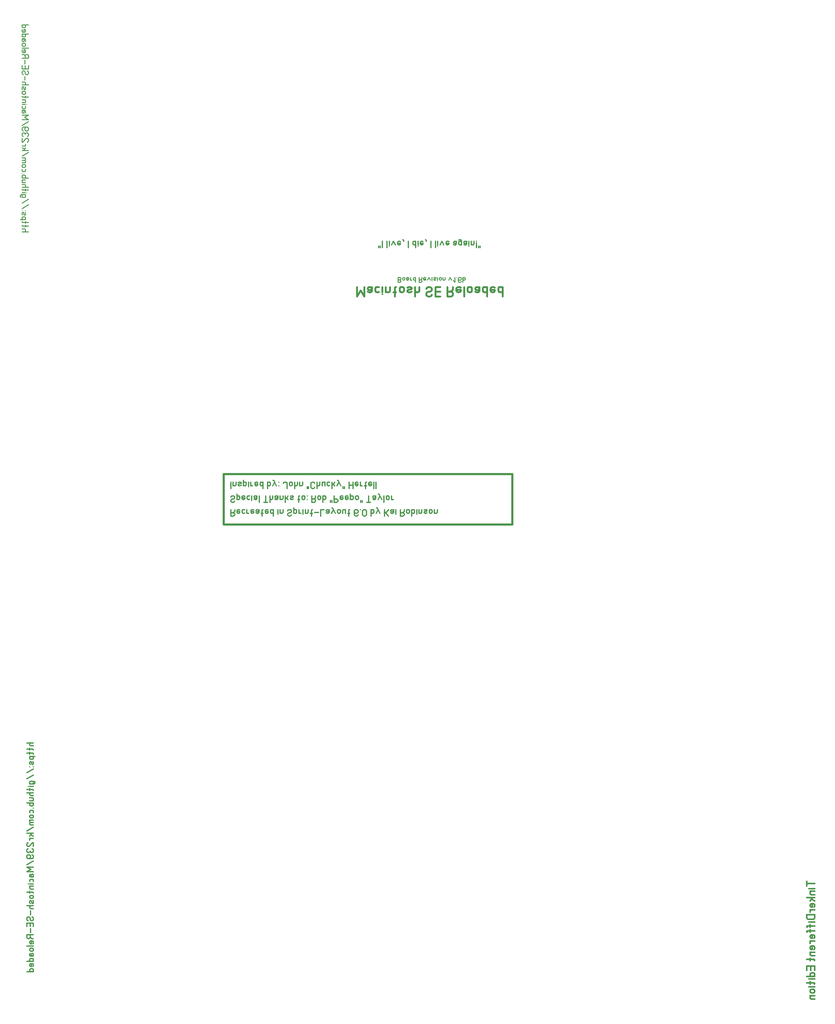
<source format=gbr>
%FSLAX34Y34*%
%MOMM*%
%LNSILK_BOTTOM*%
G71*
G01*
%ADD10C,0.318*%
%ADD11C,0.381*%
%ADD12C,0.238*%
%ADD13C,0.476*%
%ADD14C,0.600*%
%ADD15C,0.222*%
%LPD*%
G54D10*
X584712Y1521461D02*
X588712Y1523683D01*
X590046Y1525906D01*
X590046Y1530350D01*
G54D10*
X579379Y1530350D02*
X579379Y1512572D01*
X586046Y1512572D01*
X588712Y1513683D01*
X590046Y1515906D01*
X590046Y1518128D01*
X588712Y1520350D01*
X586046Y1521461D01*
X579379Y1521461D01*
G54D10*
X604268Y1529239D02*
X602135Y1530350D01*
X599468Y1530350D01*
X596801Y1529239D01*
X596268Y1527017D01*
X596268Y1523239D01*
X597601Y1521017D01*
X600268Y1520350D01*
X602935Y1521017D01*
X604268Y1522572D01*
X604268Y1524794D01*
X596268Y1524794D01*
G54D10*
X617157Y1521017D02*
X614490Y1520350D01*
X611823Y1521017D01*
X610490Y1523239D01*
X610490Y1527683D01*
X611823Y1529906D01*
X614490Y1530350D01*
X617157Y1529906D01*
G54D10*
X623379Y1530350D02*
X623379Y1520350D01*
G54D10*
X623379Y1522572D02*
X626046Y1520350D01*
X628712Y1520350D01*
G54D10*
X642934Y1529239D02*
X640801Y1530350D01*
X638134Y1530350D01*
X635467Y1529239D01*
X634934Y1527017D01*
X634934Y1523239D01*
X636267Y1521017D01*
X638934Y1520350D01*
X641601Y1521017D01*
X642934Y1522572D01*
X642934Y1524794D01*
X634934Y1524794D01*
G54D10*
X649156Y1521461D02*
X651823Y1520350D01*
X655023Y1520350D01*
X657156Y1522572D01*
X657156Y1530350D01*
G54D10*
X657156Y1527017D02*
X655823Y1524794D01*
X653156Y1524350D01*
X650489Y1524794D01*
X649156Y1527017D01*
X649689Y1529239D01*
X651823Y1530350D01*
X653156Y1530350D01*
X653689Y1530350D01*
X655823Y1529239D01*
X657156Y1527017D01*
G54D10*
X666045Y1512572D02*
X666045Y1529239D01*
X667378Y1530350D01*
X668711Y1529906D01*
G54D10*
X663378Y1520350D02*
X668711Y1520350D01*
G54D10*
X682933Y1529239D02*
X680800Y1530350D01*
X678133Y1530350D01*
X675466Y1529239D01*
X674933Y1527017D01*
X674933Y1523239D01*
X676266Y1521017D01*
X678933Y1520350D01*
X681600Y1521017D01*
X682933Y1522572D01*
X682933Y1524794D01*
X674933Y1524794D01*
G54D10*
X697155Y1530350D02*
X697155Y1512572D01*
G54D10*
X697155Y1523239D02*
X695822Y1521017D01*
X693155Y1520350D01*
X690488Y1521017D01*
X689155Y1523239D01*
X689155Y1527683D01*
X690488Y1529906D01*
X693155Y1530350D01*
X695822Y1529906D01*
X697155Y1527683D01*
G54D10*
X709866Y1530350D02*
X709866Y1520350D01*
G54D10*
X709866Y1517017D02*
X709866Y1517017D01*
G54D10*
X716088Y1530350D02*
X716088Y1520350D01*
G54D10*
X716088Y1522572D02*
X717421Y1521017D01*
X720088Y1520350D01*
X722755Y1521017D01*
X724088Y1522572D01*
X724088Y1530350D01*
G54D10*
X736799Y1527017D02*
X738132Y1529239D01*
X740799Y1530350D01*
X743466Y1530350D01*
X746132Y1529239D01*
X747466Y1527017D01*
X747466Y1524794D01*
X746132Y1522572D01*
X743466Y1521461D01*
X740799Y1521461D01*
X738132Y1520350D01*
X736799Y1518128D01*
X736799Y1515906D01*
X738132Y1513683D01*
X740799Y1512572D01*
X743466Y1512572D01*
X746132Y1513683D01*
X747466Y1515906D01*
G54D10*
X753688Y1520350D02*
X753688Y1534794D01*
G54D10*
X753688Y1527017D02*
X755021Y1529906D01*
X757688Y1530350D01*
X760355Y1529906D01*
X761688Y1527683D01*
X761688Y1523239D01*
X760355Y1521017D01*
X757688Y1520350D01*
X755021Y1521017D01*
X753688Y1523683D01*
G54D10*
X767910Y1530350D02*
X767910Y1520350D01*
G54D10*
X767910Y1522572D02*
X770577Y1520350D01*
X773243Y1520350D01*
G54D10*
X779465Y1530350D02*
X779465Y1520350D01*
G54D10*
X779465Y1517017D02*
X779465Y1517017D01*
G54D10*
X785687Y1530350D02*
X785687Y1520350D01*
G54D10*
X785687Y1522572D02*
X787020Y1521017D01*
X789687Y1520350D01*
X792354Y1521017D01*
X793687Y1522572D01*
X793687Y1530350D01*
G54D10*
X802576Y1512572D02*
X802576Y1529239D01*
X803909Y1530350D01*
X805242Y1529906D01*
G54D10*
X799909Y1520350D02*
X805242Y1520350D01*
G54D10*
X811464Y1522572D02*
X822131Y1522572D01*
G54D10*
X828353Y1512572D02*
X828353Y1530350D01*
X837686Y1530350D01*
G54D10*
X843908Y1521461D02*
X846575Y1520350D01*
X849775Y1520350D01*
X851908Y1522572D01*
X851908Y1530350D01*
G54D10*
X851908Y1527017D02*
X850575Y1524794D01*
X847908Y1524350D01*
X845241Y1524794D01*
X843908Y1527017D01*
X844441Y1529239D01*
X846575Y1530350D01*
X847908Y1530350D01*
X848441Y1530350D01*
X850575Y1529239D01*
X851908Y1527017D01*
G54D10*
X858130Y1520350D02*
X863463Y1530350D01*
X868797Y1520350D01*
G54D10*
X863463Y1530350D02*
X862130Y1533683D01*
X860797Y1534794D01*
X859463Y1534794D01*
G54D10*
X883019Y1527683D02*
X883019Y1523239D01*
X881686Y1521017D01*
X879019Y1520350D01*
X876352Y1521017D01*
X875019Y1523239D01*
X875019Y1527683D01*
X876352Y1529906D01*
X879019Y1530350D01*
X881686Y1529906D01*
X883019Y1527683D01*
G54D10*
X897241Y1520350D02*
X897241Y1530350D01*
G54D10*
X897241Y1528128D02*
X895908Y1529906D01*
X893241Y1530350D01*
X890574Y1529906D01*
X889241Y1528128D01*
X889241Y1520350D01*
G54D10*
X906130Y1512572D02*
X906130Y1529239D01*
X907463Y1530350D01*
X908796Y1529906D01*
G54D10*
X903463Y1520350D02*
X908796Y1520350D01*
G54D10*
X932174Y1515906D02*
X930840Y1513683D01*
X928174Y1512572D01*
X925507Y1512572D01*
X922840Y1513683D01*
X921507Y1515906D01*
X921507Y1521461D01*
X921507Y1522572D01*
X925507Y1520350D01*
X928174Y1520350D01*
X930840Y1521461D01*
X932174Y1523683D01*
X932174Y1527017D01*
X930840Y1529239D01*
X928174Y1530350D01*
X925507Y1530350D01*
X922840Y1529239D01*
X921507Y1527017D01*
X921507Y1521461D01*
G54D10*
X938396Y1530350D02*
X938396Y1530350D01*
G54D10*
X955285Y1515906D02*
X955285Y1527017D01*
X953951Y1529239D01*
X951285Y1530350D01*
X948618Y1530350D01*
X945951Y1529239D01*
X944618Y1527017D01*
X944618Y1515906D01*
X945951Y1513683D01*
X948618Y1512572D01*
X951285Y1512572D01*
X953951Y1513683D01*
X955285Y1515906D01*
G54D10*
X967996Y1530350D02*
X967996Y1512572D01*
G54D10*
X967996Y1523239D02*
X969329Y1521017D01*
X971996Y1520350D01*
X974663Y1521017D01*
X975996Y1523239D01*
X975996Y1527683D01*
X974663Y1529906D01*
X971996Y1530350D01*
X969329Y1529906D01*
X967996Y1527683D01*
G54D10*
X982218Y1520350D02*
X987551Y1530350D01*
X992885Y1520350D01*
G54D10*
X987551Y1530350D02*
X986218Y1533683D01*
X984885Y1534794D01*
X983551Y1534794D01*
G54D10*
X1005596Y1530350D02*
X1005596Y1512572D01*
G54D10*
X1005596Y1524794D02*
X1016263Y1512572D01*
G54D10*
X1009596Y1521461D02*
X1016263Y1530350D01*
G54D10*
X1022485Y1521461D02*
X1025152Y1520350D01*
X1028352Y1520350D01*
X1030485Y1522572D01*
X1030485Y1530350D01*
G54D10*
X1030485Y1527017D02*
X1029152Y1524794D01*
X1026485Y1524350D01*
X1023818Y1524794D01*
X1022485Y1527017D01*
X1023018Y1529239D01*
X1025152Y1530350D01*
X1026485Y1530350D01*
X1027018Y1530350D01*
X1029152Y1529239D01*
X1030485Y1527017D01*
G54D10*
X1036707Y1530350D02*
X1036707Y1520350D01*
G54D10*
X1036707Y1517017D02*
X1036707Y1517017D01*
G54D10*
X1054751Y1521461D02*
X1058751Y1523683D01*
X1060085Y1525906D01*
X1060085Y1530350D01*
G54D10*
X1049418Y1530350D02*
X1049418Y1512572D01*
X1056085Y1512572D01*
X1058751Y1513683D01*
X1060085Y1515906D01*
X1060085Y1518128D01*
X1058751Y1520350D01*
X1056085Y1521461D01*
X1049418Y1521461D01*
G54D10*
X1074307Y1527683D02*
X1074307Y1523239D01*
X1072974Y1521017D01*
X1070307Y1520350D01*
X1067640Y1521017D01*
X1066307Y1523239D01*
X1066307Y1527683D01*
X1067640Y1529906D01*
X1070307Y1530350D01*
X1072974Y1529906D01*
X1074307Y1527683D01*
G54D10*
X1080529Y1530350D02*
X1080529Y1512572D01*
G54D10*
X1080529Y1523239D02*
X1081862Y1521017D01*
X1084529Y1520350D01*
X1087196Y1521017D01*
X1088529Y1523239D01*
X1088529Y1527683D01*
X1087196Y1529906D01*
X1084529Y1530350D01*
X1081862Y1529906D01*
X1080529Y1527683D01*
G54D10*
X1094751Y1530350D02*
X1094751Y1520350D01*
G54D10*
X1094751Y1517017D02*
X1094751Y1517017D01*
G54D10*
X1100973Y1530350D02*
X1100973Y1520350D01*
G54D10*
X1100973Y1522572D02*
X1102306Y1521017D01*
X1104973Y1520350D01*
X1107640Y1521017D01*
X1108973Y1522572D01*
X1108973Y1530350D01*
G54D10*
X1115195Y1529239D02*
X1117862Y1530350D01*
X1120528Y1530350D01*
X1123195Y1529239D01*
X1123195Y1527017D01*
X1121862Y1525906D01*
X1116528Y1524794D01*
X1115195Y1523683D01*
X1115195Y1521461D01*
X1117862Y1520350D01*
X1120528Y1520350D01*
X1123195Y1521461D01*
G54D10*
X1137417Y1527683D02*
X1137417Y1523239D01*
X1136084Y1521017D01*
X1133417Y1520350D01*
X1130750Y1521017D01*
X1129417Y1523239D01*
X1129417Y1527683D01*
X1130750Y1529906D01*
X1133417Y1530350D01*
X1136084Y1529906D01*
X1137417Y1527683D01*
G54D10*
X1143639Y1530350D02*
X1143639Y1520350D01*
G54D10*
X1143639Y1522572D02*
X1144972Y1521017D01*
X1147639Y1520350D01*
X1150306Y1521017D01*
X1151639Y1522572D01*
X1151639Y1530350D01*
G54D10*
X579113Y1565117D02*
X580446Y1567339D01*
X583113Y1568450D01*
X585780Y1568450D01*
X588446Y1567339D01*
X589780Y1565117D01*
X589780Y1562894D01*
X588446Y1560672D01*
X585780Y1559561D01*
X583113Y1559561D01*
X580446Y1558450D01*
X579113Y1556228D01*
X579113Y1554006D01*
X580446Y1551783D01*
X583113Y1550672D01*
X585780Y1550672D01*
X588446Y1551783D01*
X589780Y1554006D01*
G54D10*
X596002Y1558450D02*
X596002Y1572894D01*
G54D10*
X596002Y1565117D02*
X597335Y1568006D01*
X600002Y1568450D01*
X602669Y1568006D01*
X604002Y1565783D01*
X604002Y1561339D01*
X602669Y1559117D01*
X600002Y1558450D01*
X597335Y1559117D01*
X596002Y1561783D01*
G54D10*
X618224Y1567339D02*
X616091Y1568450D01*
X613424Y1568450D01*
X610757Y1567339D01*
X610224Y1565117D01*
X610224Y1561339D01*
X611557Y1559117D01*
X614224Y1558450D01*
X616891Y1559117D01*
X618224Y1560672D01*
X618224Y1562894D01*
X610224Y1562894D01*
G54D10*
X631113Y1559117D02*
X628446Y1558450D01*
X625779Y1559117D01*
X624446Y1561339D01*
X624446Y1565783D01*
X625779Y1568006D01*
X628446Y1568450D01*
X631113Y1568006D01*
G54D10*
X637335Y1568450D02*
X637335Y1558450D01*
G54D10*
X637335Y1555117D02*
X637335Y1555117D01*
G54D10*
X643557Y1559561D02*
X646224Y1558450D01*
X649424Y1558450D01*
X651557Y1560672D01*
X651557Y1568450D01*
G54D10*
X651557Y1565117D02*
X650224Y1562894D01*
X647557Y1562450D01*
X644890Y1562894D01*
X643557Y1565117D01*
X644090Y1567339D01*
X646224Y1568450D01*
X647557Y1568450D01*
X648090Y1568450D01*
X650224Y1567339D01*
X651557Y1565117D01*
G54D10*
X657779Y1568450D02*
X657779Y1550672D01*
G54D10*
X675823Y1568450D02*
X675823Y1550672D01*
G54D10*
X670490Y1550672D02*
X681157Y1550672D01*
G54D10*
X687379Y1568450D02*
X687379Y1550672D01*
G54D10*
X687379Y1561339D02*
X688712Y1559117D01*
X691379Y1558450D01*
X694046Y1559117D01*
X695379Y1561339D01*
X695379Y1568450D01*
G54D10*
X701601Y1559561D02*
X704268Y1558450D01*
X707468Y1558450D01*
X709601Y1560672D01*
X709601Y1568450D01*
G54D10*
X709601Y1565117D02*
X708268Y1562894D01*
X705601Y1562450D01*
X702934Y1562894D01*
X701601Y1565117D01*
X702134Y1567339D01*
X704268Y1568450D01*
X705601Y1568450D01*
X706134Y1568450D01*
X708268Y1567339D01*
X709601Y1565117D01*
G54D10*
X715823Y1568450D02*
X715823Y1558450D01*
G54D10*
X715823Y1560672D02*
X717156Y1559117D01*
X719823Y1558450D01*
X722490Y1559117D01*
X723823Y1560672D01*
X723823Y1568450D01*
G54D10*
X730045Y1568450D02*
X730045Y1550672D01*
G54D10*
X734045Y1561783D02*
X738045Y1568450D01*
G54D10*
X730045Y1564006D02*
X738045Y1558450D01*
G54D10*
X744267Y1567339D02*
X746934Y1568450D01*
X749600Y1568450D01*
X752267Y1567339D01*
X752267Y1565117D01*
X750934Y1564006D01*
X745600Y1562894D01*
X744267Y1561783D01*
X744267Y1559561D01*
X746934Y1558450D01*
X749600Y1558450D01*
X752267Y1559561D01*
G54D10*
X767645Y1550672D02*
X767645Y1567339D01*
X768978Y1568450D01*
X770311Y1568006D01*
G54D10*
X764978Y1558450D02*
X770311Y1558450D01*
G54D10*
X784533Y1565783D02*
X784533Y1561339D01*
X783200Y1559117D01*
X780533Y1558450D01*
X777866Y1559117D01*
X776533Y1561339D01*
X776533Y1565783D01*
X777866Y1568006D01*
X780533Y1568450D01*
X783200Y1568006D01*
X784533Y1565783D01*
G54D10*
X790755Y1568450D02*
X790755Y1568450D01*
G54D10*
X790755Y1558450D02*
X790755Y1558450D01*
G54D10*
X808799Y1559561D02*
X812799Y1561783D01*
X814133Y1564006D01*
X814133Y1568450D01*
G54D10*
X803466Y1568450D02*
X803466Y1550672D01*
X810133Y1550672D01*
X812799Y1551783D01*
X814133Y1554006D01*
X814133Y1556228D01*
X812799Y1558450D01*
X810133Y1559561D01*
X803466Y1559561D01*
G54D10*
X828355Y1565783D02*
X828355Y1561339D01*
X827022Y1559117D01*
X824355Y1558450D01*
X821688Y1559117D01*
X820355Y1561339D01*
X820355Y1565783D01*
X821688Y1568006D01*
X824355Y1568450D01*
X827022Y1568006D01*
X828355Y1565783D01*
G54D10*
X834577Y1568450D02*
X834577Y1550672D01*
G54D10*
X834577Y1561339D02*
X835910Y1559117D01*
X838577Y1558450D01*
X841244Y1559117D01*
X842577Y1561339D01*
X842577Y1565783D01*
X841244Y1568006D01*
X838577Y1568450D01*
X835910Y1568006D01*
X834577Y1565783D01*
G54D10*
X855288Y1550672D02*
X855288Y1555117D01*
G54D10*
X859288Y1550672D02*
X859288Y1555117D01*
G54D10*
X865510Y1568450D02*
X865510Y1550672D01*
X872177Y1550672D01*
X874843Y1551783D01*
X876177Y1554006D01*
X876177Y1556228D01*
X874843Y1558450D01*
X872177Y1559561D01*
X865510Y1559561D01*
G54D10*
X890399Y1567339D02*
X888266Y1568450D01*
X885599Y1568450D01*
X882932Y1567339D01*
X882399Y1565117D01*
X882399Y1561339D01*
X883732Y1559117D01*
X886399Y1558450D01*
X889066Y1559117D01*
X890399Y1560672D01*
X890399Y1562894D01*
X882399Y1562894D01*
G54D10*
X904621Y1567339D02*
X902488Y1568450D01*
X899821Y1568450D01*
X897154Y1567339D01*
X896621Y1565117D01*
X896621Y1561339D01*
X897954Y1559117D01*
X900621Y1558450D01*
X903288Y1559117D01*
X904621Y1560672D01*
X904621Y1562894D01*
X896621Y1562894D01*
G54D10*
X910843Y1558450D02*
X910843Y1572894D01*
G54D10*
X910843Y1565117D02*
X912176Y1568006D01*
X914843Y1568450D01*
X917510Y1568006D01*
X918843Y1565783D01*
X918843Y1561339D01*
X917510Y1559117D01*
X914843Y1558450D01*
X912176Y1559117D01*
X910843Y1561783D01*
G54D10*
X933065Y1565783D02*
X933065Y1561339D01*
X931732Y1559117D01*
X929065Y1558450D01*
X926398Y1559117D01*
X925065Y1561339D01*
X925065Y1565783D01*
X926398Y1568006D01*
X929065Y1568450D01*
X931732Y1568006D01*
X933065Y1565783D01*
G54D10*
X939287Y1550672D02*
X939287Y1555117D01*
G54D10*
X943287Y1550672D02*
X943287Y1555117D01*
G54D10*
X961331Y1568450D02*
X961331Y1550672D01*
G54D10*
X955998Y1550672D02*
X966665Y1550672D01*
G54D10*
X972887Y1559561D02*
X975554Y1558450D01*
X978754Y1558450D01*
X980887Y1560672D01*
X980887Y1568450D01*
G54D10*
X980887Y1565117D02*
X979554Y1562894D01*
X976887Y1562450D01*
X974220Y1562894D01*
X972887Y1565117D01*
X973420Y1567339D01*
X975554Y1568450D01*
X976887Y1568450D01*
X977420Y1568450D01*
X979554Y1567339D01*
X980887Y1565117D01*
G54D10*
X987109Y1558450D02*
X992442Y1568450D01*
X997776Y1558450D01*
G54D10*
X992442Y1568450D02*
X991109Y1571783D01*
X989776Y1572894D01*
X988442Y1572894D01*
G54D10*
X1003998Y1568450D02*
X1003998Y1550672D01*
G54D10*
X1018220Y1565783D02*
X1018220Y1561339D01*
X1016887Y1559117D01*
X1014220Y1558450D01*
X1011553Y1559117D01*
X1010220Y1561339D01*
X1010220Y1565783D01*
X1011553Y1568006D01*
X1014220Y1568450D01*
X1016887Y1568006D01*
X1018220Y1565783D01*
G54D10*
X1024442Y1568450D02*
X1024442Y1558450D01*
G54D10*
X1024442Y1560672D02*
X1027109Y1558450D01*
X1029775Y1558450D01*
G54D10*
X989292Y2255522D02*
X989292Y2259967D01*
G54D10*
X993292Y2255522D02*
X993292Y2259967D01*
G54D10*
X999514Y2273300D02*
X999514Y2255522D01*
G54D10*
X1012225Y2273300D02*
X1012225Y2255522D01*
G54D10*
X1018447Y2273300D02*
X1018447Y2263300D01*
G54D10*
X1018447Y2259967D02*
X1018447Y2259967D01*
G54D10*
X1024669Y2263300D02*
X1030002Y2273300D01*
X1035336Y2263300D01*
G54D10*
X1049558Y2272189D02*
X1047425Y2273300D01*
X1044758Y2273300D01*
X1042091Y2272189D01*
X1041558Y2269967D01*
X1041558Y2266189D01*
X1042891Y2263967D01*
X1045558Y2263300D01*
X1048225Y2263967D01*
X1049558Y2265522D01*
X1049558Y2267744D01*
X1041558Y2267744D01*
G54D10*
X1058447Y2273300D02*
X1058447Y2275522D01*
X1057113Y2277744D01*
X1055780Y2277744D01*
G54D10*
X1071158Y2273300D02*
X1071158Y2255522D01*
G54D10*
X1091869Y2273300D02*
X1091869Y2255522D01*
G54D10*
X1091869Y2266189D02*
X1090536Y2263967D01*
X1087869Y2263300D01*
X1085202Y2263967D01*
X1083869Y2266189D01*
X1083869Y2270633D01*
X1085202Y2272856D01*
X1087869Y2273300D01*
X1090536Y2272856D01*
X1091869Y2270633D01*
G54D10*
X1098091Y2273300D02*
X1098091Y2263300D01*
G54D10*
X1098091Y2259967D02*
X1098091Y2259967D01*
G54D10*
X1112313Y2272189D02*
X1110180Y2273300D01*
X1107513Y2273300D01*
X1104846Y2272189D01*
X1104313Y2269967D01*
X1104313Y2266189D01*
X1105646Y2263967D01*
X1108313Y2263300D01*
X1110980Y2263967D01*
X1112313Y2265522D01*
X1112313Y2267744D01*
X1104313Y2267744D01*
G54D10*
X1121202Y2273300D02*
X1121202Y2275522D01*
X1119868Y2277744D01*
X1118535Y2277744D01*
G54D10*
X1133913Y2273300D02*
X1133913Y2255522D01*
G54D10*
X1146624Y2273300D02*
X1146624Y2255522D01*
G54D10*
X1152846Y2273300D02*
X1152846Y2263300D01*
G54D10*
X1152846Y2259967D02*
X1152846Y2259967D01*
G54D10*
X1159068Y2263300D02*
X1164401Y2273300D01*
X1169735Y2263300D01*
G54D10*
X1183957Y2272189D02*
X1181824Y2273300D01*
X1179157Y2273300D01*
X1176490Y2272189D01*
X1175957Y2269967D01*
X1175957Y2266189D01*
X1177290Y2263967D01*
X1179957Y2263300D01*
X1182624Y2263967D01*
X1183957Y2265522D01*
X1183957Y2267744D01*
X1175957Y2267744D01*
G54D10*
X1196668Y2264411D02*
X1199335Y2263300D01*
X1202535Y2263300D01*
X1204668Y2265522D01*
X1204668Y2273300D01*
G54D10*
X1204668Y2269967D02*
X1203335Y2267744D01*
X1200668Y2267300D01*
X1198001Y2267744D01*
X1196668Y2269967D01*
X1197201Y2272189D01*
X1199335Y2273300D01*
X1200668Y2273300D01*
X1201201Y2273300D01*
X1203335Y2272189D01*
X1204668Y2269967D01*
G54D10*
X1210890Y2276633D02*
X1213557Y2277744D01*
X1215423Y2277744D01*
X1218090Y2276633D01*
X1218890Y2274411D01*
X1218890Y2263300D01*
G54D10*
X1218890Y2266189D02*
X1217557Y2263967D01*
X1214890Y2263300D01*
X1212223Y2263967D01*
X1210890Y2266189D01*
X1210890Y2270633D01*
X1212223Y2272856D01*
X1214890Y2273300D01*
X1217557Y2272856D01*
X1218890Y2270633D01*
G54D10*
X1225112Y2264411D02*
X1227779Y2263300D01*
X1230979Y2263300D01*
X1233112Y2265522D01*
X1233112Y2273300D01*
G54D10*
X1233112Y2269967D02*
X1231779Y2267744D01*
X1229112Y2267300D01*
X1226445Y2267744D01*
X1225112Y2269967D01*
X1225645Y2272189D01*
X1227779Y2273300D01*
X1229112Y2273300D01*
X1229645Y2273300D01*
X1231779Y2272189D01*
X1233112Y2269967D01*
G54D10*
X1239334Y2273300D02*
X1239334Y2263300D01*
G54D10*
X1239334Y2259967D02*
X1239334Y2259967D01*
G54D10*
X1245556Y2273300D02*
X1245556Y2263300D01*
G54D10*
X1245556Y2265522D02*
X1246889Y2263967D01*
X1249556Y2263300D01*
X1252223Y2263967D01*
X1253556Y2265522D01*
X1253556Y2273300D01*
G54D10*
X1259778Y2255522D02*
X1259778Y2268856D01*
G54D10*
X1259778Y2273300D02*
X1259778Y2273300D01*
G54D10*
X1266000Y2255522D02*
X1266000Y2259967D01*
G54D10*
X1270000Y2255522D02*
X1270000Y2259967D01*
G54D10*
X579418Y1606550D02*
X579418Y1588772D01*
G54D10*
X585640Y1606550D02*
X585640Y1596550D01*
G54D10*
X585640Y1598772D02*
X586973Y1597217D01*
X589640Y1596550D01*
X592306Y1597217D01*
X593640Y1598772D01*
X593640Y1606550D01*
G54D10*
X599862Y1605439D02*
X602528Y1606550D01*
X605195Y1606550D01*
X607862Y1605439D01*
X607862Y1603217D01*
X606528Y1602106D01*
X601195Y1600994D01*
X599862Y1599883D01*
X599862Y1597661D01*
X602528Y1596550D01*
X605195Y1596550D01*
X607862Y1597661D01*
G54D10*
X614084Y1596550D02*
X614084Y1610994D01*
G54D10*
X614084Y1603217D02*
X615417Y1606106D01*
X618084Y1606550D01*
X620750Y1606106D01*
X622084Y1603883D01*
X622084Y1599439D01*
X620750Y1597217D01*
X618084Y1596550D01*
X615417Y1597217D01*
X614084Y1599883D01*
G54D10*
X628306Y1606550D02*
X628306Y1596550D01*
G54D10*
X628306Y1593217D02*
X628306Y1593217D01*
G54D10*
X634528Y1606550D02*
X634528Y1596550D01*
G54D10*
X634528Y1598772D02*
X637194Y1596550D01*
X639861Y1596550D01*
G54D10*
X654083Y1605439D02*
X651949Y1606550D01*
X649283Y1606550D01*
X646616Y1605439D01*
X646083Y1603217D01*
X646083Y1599439D01*
X647416Y1597217D01*
X650083Y1596550D01*
X652749Y1597217D01*
X654083Y1598772D01*
X654083Y1600994D01*
X646083Y1600994D01*
G54D10*
X668305Y1606550D02*
X668305Y1588772D01*
G54D10*
X668305Y1599439D02*
X666971Y1597217D01*
X664305Y1596550D01*
X661638Y1597217D01*
X660305Y1599439D01*
X660305Y1603883D01*
X661638Y1606106D01*
X664305Y1606550D01*
X666971Y1606106D01*
X668305Y1603883D01*
G54D10*
X681016Y1606550D02*
X681016Y1588772D01*
G54D10*
X681016Y1599439D02*
X682349Y1597217D01*
X685016Y1596550D01*
X687682Y1597217D01*
X689016Y1599439D01*
X689016Y1603883D01*
X687682Y1606106D01*
X685016Y1606550D01*
X682349Y1606106D01*
X681016Y1603883D01*
G54D10*
X695238Y1596550D02*
X700571Y1606550D01*
X705904Y1596550D01*
G54D10*
X700571Y1606550D02*
X699238Y1609883D01*
X697904Y1610994D01*
X696571Y1610994D01*
G54D10*
X712127Y1606550D02*
X712127Y1606550D01*
G54D10*
X712127Y1596550D02*
X712127Y1596550D01*
G54D10*
X735504Y1588772D02*
X735504Y1603217D01*
X734171Y1605439D01*
X731504Y1606550D01*
X728838Y1606550D01*
X726171Y1605439D01*
X724838Y1603217D01*
G54D10*
X749727Y1603883D02*
X749727Y1599439D01*
X748393Y1597217D01*
X745727Y1596550D01*
X743060Y1597217D01*
X741727Y1599439D01*
X741727Y1603883D01*
X743060Y1606106D01*
X745727Y1606550D01*
X748393Y1606106D01*
X749727Y1603883D01*
G54D10*
X755949Y1606550D02*
X755949Y1588772D01*
G54D10*
X755949Y1599439D02*
X757282Y1597217D01*
X759949Y1596550D01*
X762615Y1597217D01*
X763949Y1599439D01*
X763949Y1606550D01*
G54D10*
X770171Y1606550D02*
X770171Y1596550D01*
G54D10*
X770171Y1598772D02*
X771504Y1597217D01*
X774171Y1596550D01*
X776837Y1597217D01*
X778171Y1598772D01*
X778171Y1606550D01*
G54D10*
X790882Y1588772D02*
X790882Y1593217D01*
G54D10*
X794882Y1588772D02*
X794882Y1593217D01*
G54D10*
X811770Y1603217D02*
X810437Y1605439D01*
X807770Y1606550D01*
X805104Y1606550D01*
X802437Y1605439D01*
X801104Y1603217D01*
X801104Y1592106D01*
X802437Y1589883D01*
X805104Y1588772D01*
X807770Y1588772D01*
X810437Y1589883D01*
X811770Y1592106D01*
G54D10*
X817993Y1606550D02*
X817993Y1588772D01*
G54D10*
X817993Y1599439D02*
X819326Y1597217D01*
X821993Y1596550D01*
X824659Y1597217D01*
X825993Y1599439D01*
X825993Y1606550D01*
G54D10*
X840215Y1596550D02*
X840215Y1606550D01*
G54D10*
X840215Y1604328D02*
X838881Y1606106D01*
X836215Y1606550D01*
X833548Y1606106D01*
X832215Y1604328D01*
X832215Y1596550D01*
G54D10*
X853103Y1597217D02*
X850437Y1596550D01*
X847770Y1597217D01*
X846437Y1599439D01*
X846437Y1603883D01*
X847770Y1606106D01*
X850437Y1606550D01*
X853103Y1606106D01*
G54D10*
X859326Y1606550D02*
X859326Y1588772D01*
G54D10*
X863326Y1599883D02*
X867326Y1606550D01*
G54D10*
X859326Y1602106D02*
X867326Y1596550D01*
G54D10*
X873548Y1596550D02*
X878881Y1606550D01*
X884214Y1596550D01*
G54D10*
X878881Y1606550D02*
X877548Y1609883D01*
X876214Y1610994D01*
X874881Y1610994D01*
G54D10*
X890437Y1588772D02*
X890437Y1593217D01*
G54D10*
X894437Y1588772D02*
X894437Y1593217D01*
G54D10*
X907148Y1606550D02*
X907148Y1588772D01*
G54D10*
X917814Y1606550D02*
X917814Y1588772D01*
G54D10*
X907148Y1597661D02*
X917814Y1597661D01*
G54D10*
X932037Y1605439D02*
X929903Y1606550D01*
X927237Y1606550D01*
X924570Y1605439D01*
X924037Y1603217D01*
X924037Y1599439D01*
X925370Y1597217D01*
X928037Y1596550D01*
X930703Y1597217D01*
X932037Y1598772D01*
X932037Y1600994D01*
X924037Y1600994D01*
G54D10*
X938259Y1606550D02*
X938259Y1596550D01*
G54D10*
X938259Y1598772D02*
X940925Y1596550D01*
X943592Y1596550D01*
G54D10*
X952480Y1588772D02*
X952480Y1605439D01*
X953814Y1606550D01*
X955147Y1606106D01*
G54D10*
X949814Y1596550D02*
X955147Y1596550D01*
G54D10*
X969369Y1605439D02*
X967235Y1606550D01*
X964569Y1606550D01*
X961902Y1605439D01*
X961369Y1603217D01*
X961369Y1599439D01*
X962702Y1597217D01*
X965369Y1596550D01*
X968035Y1597217D01*
X969369Y1598772D01*
X969369Y1600994D01*
X961369Y1600994D01*
G54D10*
X975591Y1606550D02*
X975591Y1588772D01*
G54D10*
X981813Y1606550D02*
X981813Y1588772D01*
G54D11*
X2197100Y495250D02*
X2175767Y495250D01*
G54D11*
X2175766Y501650D02*
X2175767Y488850D01*
G54D11*
X2197100Y481383D02*
X2185100Y481383D01*
G54D11*
X2181100Y481383D02*
X2181100Y481383D01*
G54D11*
X2197100Y473916D02*
X2185100Y473916D01*
G54D11*
X2187767Y473916D02*
X2185900Y472316D01*
X2185100Y469116D01*
X2185900Y465916D01*
X2187767Y464316D01*
X2197100Y464316D01*
G54D11*
X2197100Y456849D02*
X2175767Y456849D01*
G54D11*
X2189100Y452049D02*
X2197100Y447249D01*
G54D11*
X2191767Y456849D02*
X2185100Y447249D01*
G54D11*
X2195767Y430182D02*
X2197100Y432742D01*
X2197100Y435942D01*
X2195767Y439142D01*
X2193100Y439782D01*
X2188567Y439782D01*
X2185900Y438182D01*
X2185100Y434982D01*
X2185900Y431782D01*
X2187767Y430182D01*
X2190434Y430182D01*
X2190434Y439782D01*
G54D11*
X2197100Y422715D02*
X2185100Y422715D01*
G54D11*
X2187767Y422715D02*
X2185100Y419515D01*
X2185100Y416315D01*
G54D11*
X2197100Y408848D02*
X2175767Y408848D01*
X2175767Y400848D01*
X2177100Y397648D01*
X2179767Y396048D01*
X2193100Y396048D01*
X2195767Y397648D01*
X2197100Y400848D01*
X2197100Y408848D01*
G54D11*
X2197100Y388581D02*
X2185100Y388581D01*
G54D11*
X2181100Y388581D02*
X2181100Y388581D01*
G54D11*
X2197100Y377914D02*
X2177100Y377914D01*
X2175767Y376314D01*
X2176567Y374714D01*
G54D11*
X2185100Y381114D02*
X2185100Y374714D01*
G54D11*
X2197100Y364047D02*
X2177100Y364047D01*
X2175767Y362447D01*
X2176567Y360847D01*
G54D11*
X2185100Y367247D02*
X2185100Y360847D01*
G54D11*
X2195767Y343780D02*
X2197100Y346340D01*
X2197100Y349540D01*
X2195767Y352740D01*
X2193100Y353380D01*
X2188567Y353380D01*
X2185900Y351780D01*
X2185100Y348580D01*
X2185900Y345380D01*
X2187767Y343780D01*
X2190434Y343780D01*
X2190434Y353380D01*
G54D11*
X2197100Y336313D02*
X2185100Y336313D01*
G54D11*
X2187767Y336313D02*
X2185100Y333113D01*
X2185100Y329913D01*
G54D11*
X2195767Y312846D02*
X2197100Y315406D01*
X2197100Y318606D01*
X2195767Y321806D01*
X2193100Y322446D01*
X2188567Y322446D01*
X2185900Y320846D01*
X2185100Y317646D01*
X2185900Y314446D01*
X2187767Y312846D01*
X2190434Y312846D01*
X2190434Y322446D01*
G54D11*
X2197100Y305379D02*
X2185100Y305379D01*
G54D11*
X2187767Y305379D02*
X2185900Y303779D01*
X2185100Y300579D01*
X2185900Y297379D01*
X2187767Y295779D01*
X2197100Y295779D01*
G54D11*
X2175767Y285112D02*
X2195767Y285112D01*
X2197100Y283512D01*
X2196567Y281912D01*
G54D11*
X2185100Y288312D02*
X2185100Y281912D01*
G54D11*
X2197100Y255458D02*
X2197100Y266658D01*
X2175767Y266658D01*
X2175767Y255458D01*
G54D11*
X2186434Y266658D02*
X2186434Y255458D01*
G54D11*
X2197100Y238391D02*
X2175767Y238391D01*
G54D11*
X2188567Y238391D02*
X2185900Y239991D01*
X2185100Y243191D01*
X2185900Y246391D01*
X2188567Y247991D01*
X2193900Y247991D01*
X2196567Y246391D01*
X2197100Y243191D01*
X2196567Y239991D01*
X2193900Y238391D01*
G54D11*
X2197100Y230924D02*
X2185100Y230924D01*
G54D11*
X2181100Y230924D02*
X2181100Y230924D01*
G54D11*
X2175767Y220257D02*
X2195767Y220257D01*
X2197100Y218657D01*
X2196567Y217057D01*
G54D11*
X2185100Y223457D02*
X2185100Y217057D01*
G54D11*
X2197100Y209590D02*
X2185100Y209590D01*
G54D11*
X2181100Y209590D02*
X2181100Y209590D01*
G54D11*
X2193900Y192523D02*
X2188567Y192523D01*
X2185900Y194123D01*
X2185100Y197323D01*
X2185900Y200523D01*
X2188567Y202123D01*
X2193900Y202123D01*
X2196567Y200523D01*
X2197100Y197323D01*
X2196567Y194123D01*
X2193900Y192523D01*
G54D11*
X2197100Y185056D02*
X2185100Y185056D01*
G54D11*
X2187767Y185056D02*
X2185900Y183456D01*
X2185100Y180256D01*
X2185900Y177056D01*
X2187767Y175456D01*
X2197100Y175456D01*
G54D12*
X1042343Y2173437D02*
X1042343Y2160103D01*
X1047343Y2160103D01*
X1049343Y2160937D01*
X1050343Y2162603D01*
X1050343Y2164270D01*
X1049343Y2165937D01*
X1047343Y2166770D01*
X1049343Y2167603D01*
X1050343Y2169270D01*
X1050343Y2170937D01*
X1049343Y2172603D01*
X1047343Y2173437D01*
X1042343Y2173437D01*
G54D12*
X1042343Y2166770D02*
X1047343Y2166770D01*
G54D12*
X1061010Y2171437D02*
X1061010Y2168103D01*
X1060010Y2166437D01*
X1058010Y2165937D01*
X1056010Y2166437D01*
X1055010Y2168103D01*
X1055010Y2171437D01*
X1056010Y2173103D01*
X1058010Y2173437D01*
X1060010Y2173103D01*
X1061010Y2171437D01*
G54D12*
X1065677Y2166770D02*
X1067677Y2165937D01*
X1070077Y2165937D01*
X1071677Y2167603D01*
X1071677Y2173437D01*
G54D12*
X1071677Y2170937D02*
X1070677Y2169270D01*
X1068677Y2168937D01*
X1066677Y2169270D01*
X1065677Y2170937D01*
X1066077Y2172603D01*
X1067677Y2173437D01*
X1068677Y2173437D01*
X1069077Y2173437D01*
X1070677Y2172603D01*
X1071677Y2170937D01*
G54D12*
X1076344Y2173437D02*
X1076344Y2165937D01*
G54D12*
X1076344Y2167603D02*
X1078344Y2165937D01*
X1080344Y2165937D01*
G54D12*
X1091011Y2173437D02*
X1091011Y2160103D01*
G54D12*
X1091011Y2168103D02*
X1090011Y2166437D01*
X1088011Y2165937D01*
X1086011Y2166437D01*
X1085011Y2168103D01*
X1085011Y2171437D01*
X1086011Y2173103D01*
X1088011Y2173437D01*
X1090011Y2173103D01*
X1091011Y2171437D01*
G54D12*
X1104545Y2166770D02*
X1107545Y2168437D01*
X1108545Y2170103D01*
X1108545Y2173437D01*
G54D12*
X1100545Y2173437D02*
X1100545Y2160103D01*
X1105545Y2160103D01*
X1107545Y2160937D01*
X1108545Y2162603D01*
X1108545Y2164270D01*
X1107545Y2165937D01*
X1105545Y2166770D01*
X1100545Y2166770D01*
G54D12*
X1119212Y2172603D02*
X1117612Y2173437D01*
X1115612Y2173437D01*
X1113612Y2172603D01*
X1113212Y2170937D01*
X1113212Y2168103D01*
X1114212Y2166437D01*
X1116212Y2165937D01*
X1118212Y2166437D01*
X1119212Y2167603D01*
X1119212Y2169270D01*
X1113212Y2169270D01*
G54D12*
X1123879Y2165937D02*
X1127879Y2173437D01*
X1131879Y2165937D01*
G54D12*
X1136546Y2173437D02*
X1136546Y2165937D01*
G54D12*
X1136546Y2163437D02*
X1136546Y2163437D01*
G54D12*
X1141213Y2172603D02*
X1143213Y2173437D01*
X1145213Y2173437D01*
X1147213Y2172603D01*
X1147213Y2170937D01*
X1146213Y2170103D01*
X1142213Y2169270D01*
X1141213Y2168437D01*
X1141213Y2166770D01*
X1143213Y2165937D01*
X1145213Y2165937D01*
X1147213Y2166770D01*
G54D12*
X1151880Y2173437D02*
X1151880Y2165937D01*
G54D12*
X1151880Y2163437D02*
X1151880Y2163437D01*
G54D12*
X1162547Y2171437D02*
X1162547Y2168103D01*
X1161547Y2166437D01*
X1159547Y2165937D01*
X1157547Y2166437D01*
X1156547Y2168103D01*
X1156547Y2171437D01*
X1157547Y2173103D01*
X1159547Y2173437D01*
X1161547Y2173103D01*
X1162547Y2171437D01*
G54D12*
X1167214Y2173437D02*
X1167214Y2165937D01*
G54D12*
X1167214Y2167603D02*
X1168214Y2166437D01*
X1170214Y2165937D01*
X1172214Y2166437D01*
X1173214Y2167603D01*
X1173214Y2173437D01*
G54D12*
X1182748Y2165937D02*
X1186748Y2173437D01*
X1190748Y2165937D01*
G54D12*
X1195415Y2165103D02*
X1200415Y2160103D01*
X1200415Y2173437D01*
G54D12*
X1205082Y2173437D02*
X1205082Y2173437D01*
G54D12*
X1217749Y2162603D02*
X1216749Y2160937D01*
X1214749Y2160103D01*
X1212749Y2160103D01*
X1210749Y2160937D01*
X1209749Y2162603D01*
X1209749Y2166770D01*
X1209749Y2167603D01*
X1212749Y2165937D01*
X1214749Y2165937D01*
X1216749Y2166770D01*
X1217749Y2168437D01*
X1217749Y2170937D01*
X1216749Y2172603D01*
X1214749Y2173437D01*
X1212749Y2173437D01*
X1210749Y2172603D01*
X1209749Y2170937D01*
X1209749Y2166770D01*
G54D12*
X1222416Y2173437D02*
X1222416Y2160103D01*
G54D12*
X1222416Y2168103D02*
X1223416Y2166437D01*
X1225416Y2165937D01*
X1227416Y2166437D01*
X1228416Y2168103D01*
X1228416Y2171437D01*
X1227416Y2173103D01*
X1225416Y2173437D01*
X1223416Y2173103D01*
X1222416Y2171437D01*
G54D13*
X929203Y2146816D02*
X929203Y2120149D01*
X939203Y2136816D01*
X949203Y2120149D01*
X949203Y2146816D01*
G54D13*
X958536Y2133482D02*
X962536Y2131816D01*
X967336Y2131816D01*
X970536Y2135149D01*
X970536Y2146816D01*
G54D13*
X970536Y2141816D02*
X968536Y2138482D01*
X964536Y2137816D01*
X960536Y2138482D01*
X958536Y2141816D01*
X959336Y2145149D01*
X962536Y2146816D01*
X964536Y2146816D01*
X965336Y2146816D01*
X968536Y2145149D01*
X970536Y2141816D01*
G54D13*
X989869Y2132816D02*
X985869Y2131816D01*
X981869Y2132816D01*
X979869Y2136149D01*
X979869Y2142816D01*
X981869Y2146149D01*
X985869Y2146816D01*
X989869Y2146149D01*
G54D13*
X999202Y2146816D02*
X999202Y2131816D01*
G54D13*
X999202Y2126816D02*
X999202Y2126816D01*
G54D13*
X1008535Y2146816D02*
X1008535Y2131816D01*
G54D13*
X1008535Y2135149D02*
X1010535Y2132816D01*
X1014535Y2131816D01*
X1018535Y2132816D01*
X1020535Y2135149D01*
X1020535Y2146816D01*
G54D13*
X1033868Y2120149D02*
X1033868Y2145149D01*
X1035868Y2146816D01*
X1037868Y2146149D01*
G54D13*
X1029868Y2131816D02*
X1037868Y2131816D01*
G54D13*
X1059201Y2142816D02*
X1059201Y2136149D01*
X1057201Y2132816D01*
X1053201Y2131816D01*
X1049201Y2132816D01*
X1047201Y2136149D01*
X1047201Y2142816D01*
X1049201Y2146149D01*
X1053201Y2146816D01*
X1057201Y2146149D01*
X1059201Y2142816D01*
G54D13*
X1068534Y2145149D02*
X1072534Y2146816D01*
X1076534Y2146816D01*
X1080534Y2145149D01*
X1080534Y2141816D01*
X1078534Y2140149D01*
X1070534Y2138482D01*
X1068534Y2136816D01*
X1068534Y2133482D01*
X1072534Y2131816D01*
X1076534Y2131816D01*
X1080534Y2133482D01*
G54D13*
X1089867Y2146816D02*
X1089867Y2120149D01*
G54D13*
X1089867Y2136149D02*
X1091867Y2132816D01*
X1095867Y2131816D01*
X1099867Y2132816D01*
X1101867Y2136149D01*
X1101867Y2146816D01*
G54D13*
X1120933Y2141816D02*
X1122933Y2145149D01*
X1126933Y2146816D01*
X1130933Y2146816D01*
X1134933Y2145149D01*
X1136933Y2141816D01*
X1136933Y2138482D01*
X1134933Y2135149D01*
X1130933Y2133482D01*
X1126933Y2133482D01*
X1122933Y2131816D01*
X1120933Y2128482D01*
X1120933Y2125149D01*
X1122933Y2121816D01*
X1126933Y2120149D01*
X1130933Y2120149D01*
X1134933Y2121816D01*
X1136933Y2125149D01*
G54D13*
X1160266Y2146816D02*
X1146266Y2146816D01*
X1146266Y2120149D01*
X1160266Y2120149D01*
G54D13*
X1146266Y2133482D02*
X1160266Y2133482D01*
G54D13*
X1187332Y2133482D02*
X1193332Y2136816D01*
X1195332Y2140149D01*
X1195332Y2146816D01*
G54D13*
X1179332Y2146816D02*
X1179332Y2120149D01*
X1189332Y2120149D01*
X1193332Y2121816D01*
X1195332Y2125149D01*
X1195332Y2128482D01*
X1193332Y2131816D01*
X1189332Y2133482D01*
X1179332Y2133482D01*
G54D13*
X1216665Y2145149D02*
X1213465Y2146816D01*
X1209465Y2146816D01*
X1205465Y2145149D01*
X1204665Y2141816D01*
X1204665Y2136149D01*
X1206665Y2132816D01*
X1210665Y2131816D01*
X1214665Y2132816D01*
X1216665Y2135149D01*
X1216665Y2138482D01*
X1204665Y2138482D01*
G54D13*
X1225998Y2146816D02*
X1225998Y2120149D01*
G54D13*
X1247331Y2142816D02*
X1247331Y2136149D01*
X1245331Y2132816D01*
X1241331Y2131816D01*
X1237331Y2132816D01*
X1235331Y2136149D01*
X1235331Y2142816D01*
X1237331Y2146149D01*
X1241331Y2146816D01*
X1245331Y2146149D01*
X1247331Y2142816D01*
G54D13*
X1256664Y2133482D02*
X1260664Y2131816D01*
X1265464Y2131816D01*
X1268664Y2135149D01*
X1268664Y2146816D01*
G54D13*
X1268664Y2141816D02*
X1266664Y2138482D01*
X1262664Y2137816D01*
X1258664Y2138482D01*
X1256664Y2141816D01*
X1257464Y2145149D01*
X1260664Y2146816D01*
X1262664Y2146816D01*
X1263464Y2146816D01*
X1266664Y2145149D01*
X1268664Y2141816D01*
G54D13*
X1289997Y2146816D02*
X1289997Y2120149D01*
G54D13*
X1289997Y2136149D02*
X1287997Y2132816D01*
X1283997Y2131816D01*
X1279997Y2132816D01*
X1277997Y2136149D01*
X1277997Y2142816D01*
X1279997Y2146149D01*
X1283997Y2146816D01*
X1287997Y2146149D01*
X1289997Y2142816D01*
G54D13*
X1311330Y2145149D02*
X1308130Y2146816D01*
X1304130Y2146816D01*
X1300130Y2145149D01*
X1299330Y2141816D01*
X1299330Y2136149D01*
X1301330Y2132816D01*
X1305330Y2131816D01*
X1309330Y2132816D01*
X1311330Y2135149D01*
X1311330Y2138482D01*
X1299330Y2138482D01*
G54D13*
X1332663Y2146816D02*
X1332663Y2120149D01*
G54D13*
X1332663Y2136149D02*
X1330663Y2132816D01*
X1326663Y2131816D01*
X1322663Y2132816D01*
X1320663Y2136149D01*
X1320663Y2142816D01*
X1322663Y2146149D01*
X1326663Y2146816D01*
X1330663Y2146149D01*
X1332663Y2142816D01*
G54D14*
X558800Y1628775D02*
X1358900Y1628775D01*
X1358900Y1489075D01*
X558800Y1489075D01*
X558800Y1628775D01*
G54D15*
X0Y2300000D02*
X17778Y2300000D01*
G54D15*
X7111Y2300000D02*
X9334Y2301334D01*
X10000Y2304000D01*
X9334Y2306666D01*
X7111Y2308000D01*
X0Y2308000D01*
G54D15*
X17778Y2315556D02*
X1111Y2315556D01*
X0Y2316889D01*
X444Y2318222D01*
G54D15*
X10000Y2312889D02*
X10000Y2318222D01*
G54D15*
X17778Y2325778D02*
X1111Y2325778D01*
X0Y2327111D01*
X444Y2328444D01*
G54D15*
X10000Y2323111D02*
X10000Y2328444D01*
G54D15*
X10000Y2333333D02*
X-4444Y2333333D01*
G54D15*
X3334Y2333333D02*
X444Y2334666D01*
X0Y2337333D01*
X444Y2340000D01*
X2666Y2341333D01*
X7111Y2341333D01*
X9334Y2340000D01*
X10000Y2337333D01*
X9334Y2334666D01*
X6666Y2333333D01*
G54D15*
X1111Y2346222D02*
X0Y2348889D01*
X0Y2351555D01*
X1111Y2354222D01*
X3334Y2354222D01*
X4444Y2352889D01*
X5556Y2347555D01*
X6666Y2346222D01*
X8889Y2346222D01*
X10000Y2348889D01*
X10000Y2351555D01*
X8889Y2354222D01*
G54D15*
X0Y2359111D02*
X0Y2359111D01*
G54D15*
X10000Y2359111D02*
X10000Y2359111D01*
G54D15*
X0Y2364000D02*
X17778Y2374667D01*
G54D15*
X0Y2379556D02*
X17778Y2390223D01*
G54D15*
X-3334Y2395112D02*
X-4444Y2397779D01*
X-4444Y2399645D01*
X-3334Y2402312D01*
X-1111Y2403112D01*
X10000Y2403112D01*
G54D15*
X7111Y2403112D02*
X9334Y2401779D01*
X10000Y2399112D01*
X9334Y2396445D01*
X7111Y2395112D01*
X2666Y2395112D01*
X444Y2396445D01*
X0Y2399112D01*
X444Y2401779D01*
X2666Y2403112D01*
G54D15*
X0Y2408001D02*
X10000Y2408001D01*
G54D15*
X13334Y2408001D02*
X13334Y2408001D01*
G54D15*
X17778Y2415557D02*
X1111Y2415557D01*
X0Y2416890D01*
X444Y2418223D01*
G54D15*
X10000Y2412890D02*
X10000Y2418223D01*
G54D15*
X0Y2423112D02*
X17778Y2423112D01*
G54D15*
X7111Y2423112D02*
X9334Y2424445D01*
X10000Y2427112D01*
X9334Y2429779D01*
X7111Y2431112D01*
X0Y2431112D01*
G54D15*
X10000Y2444001D02*
X0Y2444001D01*
G54D15*
X2222Y2444001D02*
X444Y2442668D01*
X0Y2440001D01*
X444Y2437334D01*
X2222Y2436001D01*
X10000Y2436001D01*
G54D15*
X0Y2448890D02*
X17778Y2448890D01*
G54D15*
X7111Y2448890D02*
X9334Y2450223D01*
X10000Y2452890D01*
X9334Y2455557D01*
X7111Y2456890D01*
X2666Y2456890D01*
X444Y2455557D01*
X0Y2452890D01*
X444Y2450223D01*
X2666Y2448890D01*
G54D15*
X0Y2461779D02*
X0Y2461779D01*
G54D15*
X9334Y2473335D02*
X10000Y2470668D01*
X9334Y2468001D01*
X7111Y2466668D01*
X2666Y2466668D01*
X444Y2468001D01*
X0Y2470668D01*
X444Y2473335D01*
G54D15*
X2666Y2486224D02*
X7111Y2486224D01*
X9334Y2484891D01*
X10000Y2482224D01*
X9334Y2479557D01*
X7111Y2478224D01*
X2666Y2478224D01*
X444Y2479557D01*
X0Y2482224D01*
X444Y2484891D01*
X2666Y2486224D01*
G54D15*
X0Y2491113D02*
X10000Y2491113D01*
G54D15*
X8222Y2491113D02*
X10000Y2493780D01*
X9334Y2496446D01*
X7778Y2497780D01*
X0Y2497780D01*
G54D15*
X8222Y2497780D02*
X10000Y2500446D01*
X9334Y2503113D01*
X7778Y2504446D01*
X0Y2504446D01*
G54D15*
X0Y2509335D02*
X17778Y2520002D01*
G54D15*
X0Y2524891D02*
X17778Y2524891D01*
G54D15*
X6666Y2528891D02*
X0Y2532891D01*
G54D15*
X4444Y2524891D02*
X10000Y2532891D01*
G54D15*
X0Y2537780D02*
X10000Y2537780D01*
G54D15*
X7778Y2537780D02*
X10000Y2540447D01*
X10000Y2543113D01*
G54D15*
X0Y2558669D02*
X0Y2548002D01*
X1111Y2548002D01*
X3334Y2549335D01*
X10000Y2557335D01*
X12222Y2558669D01*
X14444Y2558669D01*
X16666Y2557335D01*
X17778Y2554669D01*
X17778Y2552002D01*
X16666Y2549335D01*
X14444Y2548002D01*
G54D15*
X14444Y2563558D02*
X16666Y2564891D01*
X17778Y2567558D01*
X17778Y2570225D01*
X16666Y2572891D01*
X14444Y2574225D01*
X12222Y2574225D01*
X10000Y2572891D01*
X8889Y2570225D01*
X7778Y2572891D01*
X5556Y2574225D01*
X3334Y2574225D01*
X1111Y2572891D01*
X0Y2570225D01*
X0Y2567558D01*
X1111Y2564891D01*
X3334Y2563558D01*
G54D15*
X3334Y2579114D02*
X1111Y2580447D01*
X0Y2583114D01*
X0Y2585781D01*
X1111Y2588447D01*
X3334Y2589781D01*
X8889Y2589781D01*
X10000Y2589781D01*
X7778Y2585781D01*
X7778Y2583114D01*
X8889Y2580447D01*
X11111Y2579114D01*
X14444Y2579114D01*
X16666Y2580447D01*
X17778Y2583114D01*
X17778Y2585781D01*
X16666Y2588447D01*
X14444Y2589781D01*
X8889Y2589781D01*
G54D15*
X0Y2594670D02*
X17778Y2605337D01*
G54D15*
X0Y2610226D02*
X17778Y2610226D01*
X6666Y2616893D01*
X17778Y2623559D01*
X0Y2623559D01*
G54D15*
X8889Y2628448D02*
X10000Y2631115D01*
X10000Y2634315D01*
X7778Y2636448D01*
X0Y2636448D01*
G54D15*
X3334Y2636448D02*
X5556Y2635115D01*
X6000Y2632448D01*
X5556Y2629781D01*
X3334Y2628448D01*
X1111Y2628981D01*
X0Y2631115D01*
X0Y2632448D01*
X0Y2632981D01*
X1111Y2635115D01*
X3334Y2636448D01*
G54D15*
X9334Y2648004D02*
X10000Y2645337D01*
X9334Y2642670D01*
X7111Y2641337D01*
X2666Y2641337D01*
X444Y2642670D01*
X0Y2645337D01*
X444Y2648004D01*
G54D15*
X0Y2652893D02*
X10000Y2652893D01*
G54D15*
X13334Y2652893D02*
X13334Y2652893D01*
G54D15*
X0Y2657782D02*
X10000Y2657782D01*
G54D15*
X7778Y2657782D02*
X9334Y2659115D01*
X10000Y2661782D01*
X9334Y2664449D01*
X7778Y2665782D01*
X0Y2665782D01*
G54D15*
X17778Y2673338D02*
X1111Y2673338D01*
X0Y2674671D01*
X444Y2676004D01*
G54D15*
X10000Y2670671D02*
X10000Y2676004D01*
G54D15*
X2666Y2688893D02*
X7111Y2688893D01*
X9334Y2687560D01*
X10000Y2684893D01*
X9334Y2682226D01*
X7111Y2680893D01*
X2666Y2680893D01*
X444Y2682226D01*
X0Y2684893D01*
X444Y2687560D01*
X2666Y2688893D01*
G54D15*
X1111Y2693782D02*
X0Y2696449D01*
X0Y2699115D01*
X1111Y2701782D01*
X3334Y2701782D01*
X4444Y2700449D01*
X5556Y2695115D01*
X6666Y2693782D01*
X8889Y2693782D01*
X10000Y2696449D01*
X10000Y2699115D01*
X8889Y2701782D01*
G54D15*
X0Y2706671D02*
X17778Y2706671D01*
G54D15*
X7111Y2706671D02*
X9334Y2708004D01*
X10000Y2710671D01*
X9334Y2713338D01*
X7111Y2714671D01*
X0Y2714671D01*
G54D15*
X7778Y2719560D02*
X7778Y2730227D01*
G54D15*
X3334Y2735116D02*
X1111Y2736449D01*
X0Y2739116D01*
X0Y2741783D01*
X1111Y2744449D01*
X3334Y2745783D01*
X5556Y2745783D01*
X7778Y2744449D01*
X8889Y2741783D01*
X8889Y2739116D01*
X10000Y2736449D01*
X12222Y2735116D01*
X14444Y2735116D01*
X16666Y2736449D01*
X17778Y2739116D01*
X17778Y2741783D01*
X16666Y2744449D01*
X14444Y2745783D01*
G54D15*
X0Y2760005D02*
X0Y2750672D01*
X17778Y2750672D01*
X17778Y2760005D01*
G54D15*
X8889Y2750672D02*
X8889Y2760005D01*
G54D15*
X7778Y2764894D02*
X7778Y2775561D01*
G54D15*
X8889Y2785783D02*
X6666Y2789783D01*
X4444Y2791117D01*
X0Y2791117D01*
G54D15*
X0Y2780450D02*
X17778Y2780450D01*
X17778Y2787117D01*
X16666Y2789783D01*
X14444Y2791117D01*
X12222Y2791117D01*
X10000Y2789783D01*
X8889Y2787117D01*
X8889Y2780450D01*
G54D15*
X1111Y2804006D02*
X0Y2801873D01*
X0Y2799206D01*
X1111Y2796539D01*
X3334Y2796006D01*
X7111Y2796006D01*
X9334Y2797339D01*
X10000Y2800006D01*
X9334Y2802673D01*
X7778Y2804006D01*
X5556Y2804006D01*
X5556Y2796006D01*
G54D15*
X0Y2808895D02*
X17778Y2808895D01*
G54D15*
X2666Y2821784D02*
X7111Y2821784D01*
X9334Y2820451D01*
X10000Y2817784D01*
X9334Y2815117D01*
X7111Y2813784D01*
X2666Y2813784D01*
X444Y2815117D01*
X0Y2817784D01*
X444Y2820451D01*
X2666Y2821784D01*
G54D15*
X8889Y2826673D02*
X10000Y2829340D01*
X10000Y2832540D01*
X7778Y2834673D01*
X0Y2834673D01*
G54D15*
X3334Y2834673D02*
X5556Y2833340D01*
X6000Y2830673D01*
X5556Y2828006D01*
X3334Y2826673D01*
X1111Y2827206D01*
X0Y2829340D01*
X0Y2830673D01*
X0Y2831206D01*
X1111Y2833340D01*
X3334Y2834673D01*
G54D15*
X0Y2847562D02*
X17778Y2847562D01*
G54D15*
X7111Y2847562D02*
X9334Y2846229D01*
X10000Y2843562D01*
X9334Y2840895D01*
X7111Y2839562D01*
X2666Y2839562D01*
X444Y2840895D01*
X0Y2843562D01*
X444Y2846229D01*
X2666Y2847562D01*
G54D15*
X1111Y2860451D02*
X0Y2858318D01*
X0Y2855651D01*
X1111Y2852984D01*
X3334Y2852451D01*
X7111Y2852451D01*
X9334Y2853784D01*
X10000Y2856451D01*
X9334Y2859118D01*
X7778Y2860451D01*
X5556Y2860451D01*
X5556Y2852451D01*
G54D15*
X0Y2873340D02*
X17778Y2873340D01*
G54D15*
X7111Y2873340D02*
X9334Y2872007D01*
X10000Y2869340D01*
X9334Y2866673D01*
X7111Y2865340D01*
X2666Y2865340D01*
X444Y2866673D01*
X0Y2869340D01*
X444Y2872007D01*
X2666Y2873340D01*
G54D10*
X31750Y884238D02*
X13972Y884238D01*
G54D10*
X24639Y884238D02*
X22417Y882904D01*
X21750Y880238D01*
X22417Y877571D01*
X24639Y876238D01*
X31750Y876238D01*
G54D10*
X13972Y867349D02*
X30639Y867349D01*
X31750Y866016D01*
X31306Y864682D01*
G54D10*
X21750Y870016D02*
X21750Y864682D01*
G54D10*
X13972Y855794D02*
X30639Y855794D01*
X31750Y854460D01*
X31306Y853127D01*
G54D10*
X21750Y858460D02*
X21750Y853127D01*
G54D10*
X21750Y846906D02*
X36194Y846906D01*
G54D10*
X28417Y846906D02*
X31306Y845572D01*
X31750Y842906D01*
X31306Y840239D01*
X29084Y838906D01*
X24639Y838906D01*
X22417Y840239D01*
X21750Y842906D01*
X22417Y845572D01*
X25084Y846906D01*
G54D10*
X30639Y832684D02*
X31750Y830017D01*
X31750Y827350D01*
X30639Y824684D01*
X28417Y824684D01*
X27306Y826017D01*
X26194Y831350D01*
X25084Y832684D01*
X22861Y832684D01*
X21750Y830017D01*
X21750Y827350D01*
X22861Y824684D01*
G54D10*
X31750Y818462D02*
X31750Y818462D01*
G54D10*
X21750Y818462D02*
X21750Y818462D01*
G54D10*
X31750Y812240D02*
X13972Y801573D01*
G54D10*
X31750Y795350D02*
X13972Y784684D01*
G54D10*
X35084Y778462D02*
X36194Y775795D01*
X36194Y773928D01*
X35084Y771262D01*
X32861Y770462D01*
X21750Y770462D01*
G54D10*
X24639Y770462D02*
X22417Y771795D01*
X21750Y774462D01*
X22417Y777128D01*
X24639Y778462D01*
X29084Y778462D01*
X31306Y777128D01*
X31750Y774462D01*
X31306Y771795D01*
X29084Y770462D01*
G54D10*
X31750Y764240D02*
X21750Y764240D01*
G54D10*
X18417Y764240D02*
X18417Y764240D01*
G54D10*
X13972Y755351D02*
X30639Y755351D01*
X31750Y754018D01*
X31306Y752684D01*
G54D10*
X21750Y758018D02*
X21750Y752684D01*
G54D10*
X31750Y746462D02*
X13972Y746462D01*
G54D10*
X24639Y746462D02*
X22417Y745129D01*
X21750Y742462D01*
X22417Y739796D01*
X24639Y738462D01*
X31750Y738462D01*
G54D10*
X21750Y724240D02*
X31750Y724240D01*
G54D10*
X29528Y724240D02*
X31306Y725574D01*
X31750Y728240D01*
X31306Y730907D01*
X29528Y732240D01*
X21750Y732240D01*
G54D10*
X31750Y718018D02*
X13972Y718018D01*
G54D10*
X24639Y718018D02*
X22417Y716685D01*
X21750Y714018D01*
X22417Y711352D01*
X24639Y710018D01*
X29084Y710018D01*
X31306Y711352D01*
X31750Y714018D01*
X31306Y716685D01*
X29084Y718018D01*
G54D10*
X31750Y703796D02*
X31750Y703796D01*
G54D10*
X22417Y690908D02*
X21750Y693574D01*
X22417Y696241D01*
X24639Y697574D01*
X29084Y697574D01*
X31306Y696241D01*
X31750Y693574D01*
X31306Y690908D01*
G54D10*
X29084Y676686D02*
X24639Y676686D01*
X22417Y678019D01*
X21750Y680686D01*
X22417Y683352D01*
X24639Y684686D01*
X29084Y684686D01*
X31306Y683352D01*
X31750Y680686D01*
X31306Y678019D01*
X29084Y676686D01*
G54D10*
X31750Y670464D02*
X21750Y670464D01*
G54D10*
X23528Y670464D02*
X21750Y667797D01*
X22417Y665130D01*
X23972Y663797D01*
X31750Y663797D01*
G54D10*
X23528Y663797D02*
X21750Y661130D01*
X22417Y658464D01*
X23972Y657130D01*
X31750Y657130D01*
G54D10*
X31750Y650908D02*
X13972Y640242D01*
G54D10*
X31750Y634020D02*
X13972Y634020D01*
G54D10*
X25084Y630020D02*
X31750Y626020D01*
G54D10*
X27306Y634020D02*
X21750Y626020D01*
G54D10*
X31750Y619798D02*
X21750Y619798D01*
G54D10*
X23972Y619798D02*
X21750Y617131D01*
X21750Y614464D01*
G54D10*
X31750Y597576D02*
X31750Y608242D01*
X30639Y608242D01*
X28417Y606909D01*
X21750Y598909D01*
X19528Y597576D01*
X17306Y597576D01*
X15084Y598909D01*
X13972Y601576D01*
X13972Y604242D01*
X15084Y606909D01*
X17306Y608242D01*
G54D10*
X17306Y591354D02*
X15084Y590020D01*
X13972Y587354D01*
X13972Y584687D01*
X15084Y582020D01*
X17306Y580687D01*
X19528Y580687D01*
X21750Y582020D01*
X22861Y584687D01*
X23972Y582020D01*
X26194Y580687D01*
X28417Y580687D01*
X30639Y582020D01*
X31750Y584687D01*
X31750Y587354D01*
X30639Y590020D01*
X28417Y591354D01*
G54D10*
X28417Y574464D02*
X30639Y573131D01*
X31750Y570464D01*
X31750Y567798D01*
X30639Y565131D01*
X28417Y563798D01*
X22861Y563798D01*
X21750Y563798D01*
X23972Y567798D01*
X23972Y570464D01*
X22861Y573131D01*
X20639Y574464D01*
X17306Y574464D01*
X15084Y573131D01*
X13972Y570464D01*
X13972Y567798D01*
X15084Y565131D01*
X17306Y563798D01*
X22861Y563798D01*
G54D10*
X31750Y557576D02*
X13972Y546909D01*
G54D10*
X31750Y540686D02*
X13972Y540686D01*
X25084Y534020D01*
X13972Y527353D01*
X31750Y527353D01*
G54D10*
X22861Y521132D02*
X21750Y518465D01*
X21750Y515265D01*
X23972Y513132D01*
X31750Y513132D01*
G54D10*
X28417Y513132D02*
X26194Y514465D01*
X25750Y517132D01*
X26194Y519798D01*
X28417Y521132D01*
X30639Y520598D01*
X31750Y518465D01*
X31750Y517132D01*
X31750Y516598D01*
X30639Y514465D01*
X28417Y513132D01*
G54D10*
X22417Y500243D02*
X21750Y502910D01*
X22417Y505576D01*
X24639Y506910D01*
X29084Y506910D01*
X31306Y505576D01*
X31750Y502910D01*
X31306Y500243D01*
G54D10*
X31750Y494020D02*
X21750Y494020D01*
G54D10*
X18417Y494020D02*
X18417Y494020D01*
G54D10*
X31750Y487798D02*
X21750Y487798D01*
G54D10*
X23972Y487798D02*
X22417Y486465D01*
X21750Y483798D01*
X22417Y481132D01*
X23972Y479798D01*
X31750Y479798D01*
G54D10*
X13972Y470910D02*
X30639Y470910D01*
X31750Y469576D01*
X31306Y468243D01*
G54D10*
X21750Y473576D02*
X21750Y468243D01*
G54D10*
X29084Y454022D02*
X24639Y454022D01*
X22417Y455355D01*
X21750Y458022D01*
X22417Y460688D01*
X24639Y462022D01*
X29084Y462022D01*
X31306Y460688D01*
X31750Y458022D01*
X31306Y455355D01*
X29084Y454022D01*
G54D10*
X30639Y447800D02*
X31750Y445133D01*
X31750Y442466D01*
X30639Y439800D01*
X28417Y439800D01*
X27306Y441133D01*
X26194Y446466D01*
X25084Y447800D01*
X22861Y447800D01*
X21750Y445133D01*
X21750Y442466D01*
X22861Y439800D01*
G54D10*
X31750Y433578D02*
X13972Y433578D01*
G54D10*
X24639Y433578D02*
X22417Y432244D01*
X21750Y429578D01*
X22417Y426911D01*
X24639Y425578D01*
X31750Y425578D01*
G54D10*
X23972Y419356D02*
X23972Y408689D01*
G54D10*
X28417Y402466D02*
X30639Y401133D01*
X31750Y398466D01*
X31750Y395800D01*
X30639Y393133D01*
X28417Y391800D01*
X26194Y391800D01*
X23972Y393133D01*
X22861Y395800D01*
X22861Y398466D01*
X21750Y401133D01*
X19528Y402466D01*
X17306Y402466D01*
X15084Y401133D01*
X13972Y398466D01*
X13972Y395800D01*
X15084Y393133D01*
X17306Y391800D01*
G54D10*
X31750Y376244D02*
X31750Y385578D01*
X13972Y385578D01*
X13972Y376244D01*
G54D10*
X22861Y385578D02*
X22861Y376244D01*
G54D10*
X23972Y370022D02*
X23972Y359356D01*
G54D10*
X22861Y347800D02*
X25084Y343800D01*
X27306Y342467D01*
X31750Y342467D01*
G54D10*
X31750Y353134D02*
X13972Y353134D01*
X13972Y346467D01*
X15084Y343800D01*
X17306Y342467D01*
X19528Y342467D01*
X21750Y343800D01*
X22861Y346467D01*
X22861Y353134D01*
G54D10*
X30639Y328244D02*
X31750Y330378D01*
X31750Y333044D01*
X30639Y335711D01*
X28417Y336244D01*
X24639Y336244D01*
X22417Y334911D01*
X21750Y332244D01*
X22417Y329578D01*
X23972Y328244D01*
X26194Y328244D01*
X26194Y336244D01*
G54D10*
X31750Y322022D02*
X13972Y322022D01*
G54D10*
X29084Y307800D02*
X24639Y307800D01*
X22417Y309134D01*
X21750Y311800D01*
X22417Y314467D01*
X24639Y315800D01*
X29084Y315800D01*
X31306Y314467D01*
X31750Y311800D01*
X31306Y309134D01*
X29084Y307800D01*
G54D10*
X22861Y301578D02*
X21750Y298912D01*
X21750Y295712D01*
X23972Y293578D01*
X31750Y293578D01*
G54D10*
X28417Y293578D02*
X26194Y294912D01*
X25750Y297578D01*
X26194Y300245D01*
X28417Y301578D01*
X30639Y301045D01*
X31750Y298912D01*
X31750Y297578D01*
X31750Y297045D01*
X30639Y294912D01*
X28417Y293578D01*
G54D10*
X31750Y279356D02*
X13972Y279356D01*
G54D10*
X24639Y279356D02*
X22417Y280690D01*
X21750Y283356D01*
X22417Y286023D01*
X24639Y287356D01*
X29084Y287356D01*
X31306Y286023D01*
X31750Y283356D01*
X31306Y280690D01*
X29084Y279356D01*
G54D10*
X30639Y265134D02*
X31750Y267268D01*
X31750Y269934D01*
X30639Y272601D01*
X28417Y273134D01*
X24639Y273134D01*
X22417Y271801D01*
X21750Y269134D01*
X22417Y266468D01*
X23972Y265134D01*
X26194Y265134D01*
X26194Y273134D01*
G54D10*
X31750Y250912D02*
X13972Y250912D01*
G54D10*
X24639Y250912D02*
X22417Y252246D01*
X21750Y254912D01*
X22417Y257579D01*
X24639Y258912D01*
X29084Y258912D01*
X31306Y257579D01*
X31750Y254912D01*
X31306Y252246D01*
X29084Y250912D01*
M02*

</source>
